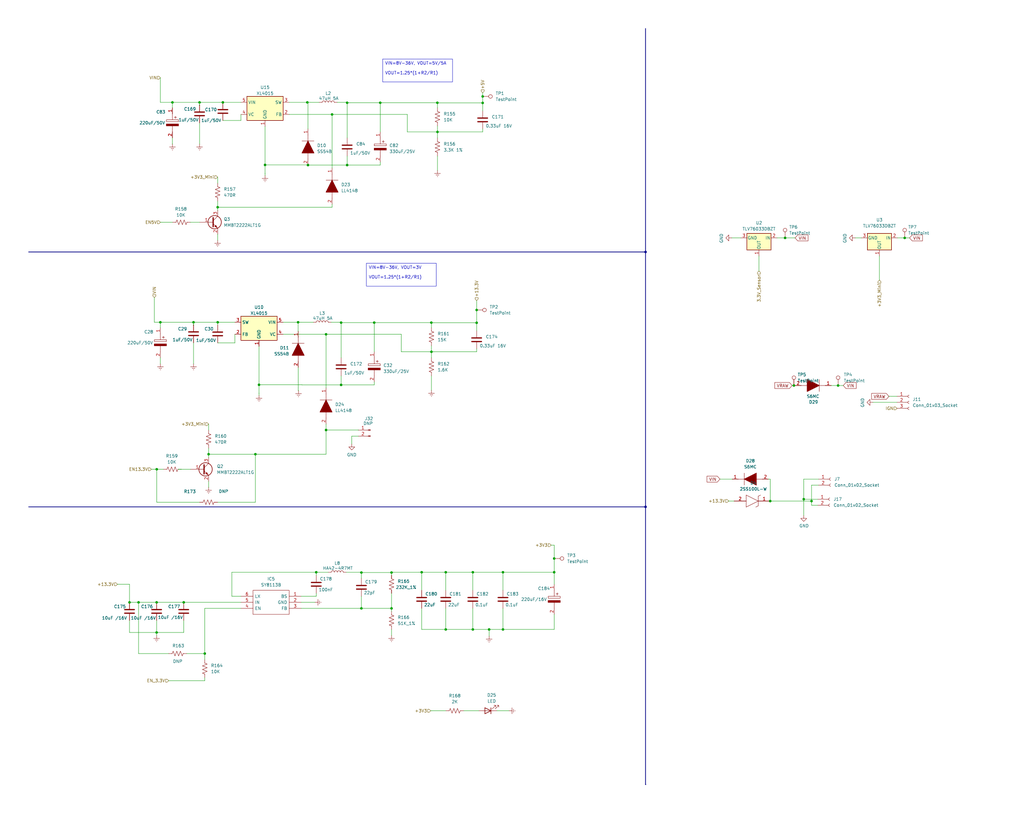
<source format=kicad_sch>
(kicad_sch (version 20230819) (generator eeschema)
  (paper "User" 431.8 342.9)
  (lib_symbols
    (symbol "2SS100LW:2SS100L-W" (pin_names (offset 0.762))
      (property "Reference" "D" (at 10.16 8.89 0))
      (property "Value" "2SS100L-W" (at 10.16 6.35 0))
      (symbol "2SS100L-W_0_0"
        (pin passive line (at 0 0 0) (length 5.08) (name "~") (number "1"))
        (pin passive line (at 15.24 0 180) (length 5.08) (name "~") (number "2"))
      )
    )
    (symbol "Connector:Conn_01x02_Pin" (pin_names (offset 1.016) hide)
      (property "Reference" "J" (at 0 2.54 0))
      (property "Value" "Conn_01x02_Pin" (at 0 -5.08 0))
      (symbol "Conn_01x02_Pin_1_1"
        (pin passive line (at 5.08 0 180) (length 3.81) (name "Pin_1") (number "1"))
        (pin passive line (at 5.08 -2.54 180) (length 3.81) (name "Pin_2") (number "2"))
      )
    )
    (symbol "Connector:Conn_01x02_Socket" (pin_names (offset 1.016) hide)
      (property "Reference" "J" (at 0 2.54 0))
      (property "Value" "Conn_01x02_Socket" (at 0 -5.08 0))
      (symbol "Conn_01x02_Socket_1_1"
        (pin passive line (at -5.08 0 0) (length 3.81) (name "Pin_1") (number "1"))
        (pin passive line (at -5.08 -2.54 0) (length 3.81) (name "Pin_2") (number "2"))
      )
    )
    (symbol "Connector:Conn_01x03_Socket" (pin_names (offset 1.016) hide)
      (property "Reference" "J" (at 0 5.08 0))
      (property "Value" "Conn_01x03_Socket" (at 0 -5.08 0))
      (symbol "Conn_01x03_Socket_1_1"
        (pin passive line (at -5.08 2.54 0) (length 3.81) (name "Pin_1") (number "1"))
        (pin passive line (at -5.08 0 0) (length 3.81) (name "Pin_2") (number "2"))
        (pin passive line (at -5.08 -2.54 0) (length 3.81) (name "Pin_3") (number "3"))
      )
    )
    (symbol "Connector:TestPoint" (pin_numbers hide) (pin_names (offset 0.762) hide)
      (property "Reference" "TP" (at 0 6.858 0))
      (property "Value" "TestPoint" (at 0 5.08 0))
      (symbol "TestPoint_1_1"
        (pin passive line (at 0 0 90) (length 2.54) (name "1") (number "1"))
      )
    )
    (symbol "Device:C" (pin_numbers hide) (pin_names (offset 0.254))
      (property "Reference" "C" (at 0.635 2.54 0))
      (property "Value" "C" (at 0.635 -2.54 0))
      (symbol "C_1_1"
        (pin passive line (at 0 3.81 270) (length 2.794) (name "~") (number "1"))
        (pin passive line (at 0 -3.81 90) (length 2.794) (name "~") (number "2"))
      )
    )
    (symbol "Device:L" (pin_numbers hide) (pin_names (offset 1.016) hide)
      (property "Reference" "L" (at -1.27 0 90))
      (property "Value" "L" (at 1.905 0 90))
      (symbol "L_1_1"
        (pin passive line (at 0 3.81 270) (length 1.27) (name "1") (number "1"))
        (pin passive line (at 0 -3.81 90) (length 1.27) (name "2") (number "2"))
      )
    )
    (symbol "Device:LED" (pin_numbers hide) (pin_names (offset 1.016) hide)
      (property "Reference" "D" (at 0 2.54 0))
      (property "Value" "LED" (at 0 -2.54 0))
      (symbol "LED_1_1"
        (pin passive line (at -3.81 0 0) (length 2.54) (name "K") (number "1"))
        (pin passive line (at 3.81 0 180) (length 2.54) (name "A") (number "2"))
      )
    )
    (symbol "Device:R_US" (pin_numbers hide) (pin_names (offset 0))
      (property "Reference" "R" (at 2.54 0 90))
      (property "Value" "R_US" (at -2.54 0 90))
      (symbol "R_US_1_1"
        (pin passive line (at 0 3.81 270) (length 1.27) (name "~") (number "1"))
        (pin passive line (at 0 -3.81 90) (length 1.27) (name "~") (number "2"))
      )
    )
    (symbol "GND_1" (power) (pin_names (offset 0))
      (property "Value" "GND" (at 0 -3.81 0))
      (symbol "GND_1_1_1"
        (pin power_in line (at 0 0 270) (length 0) hide (name "GND") (number "1"))
      )
    )
    (symbol "LM1117-3.3_1" (pin_names (offset 0.254))
      (property "Reference" "U?" (at 0 7.62 0))
      (property "Value" "TLV76033DBZT" (at 0 5.08 0))
      (symbol "LM1117-3.3_1_1_1"
        (pin power_in line (at 0 -7.62 90) (length 2.54) (name "OUT") (number "1"))
        (pin power_out line (at 7.62 0 180) (length 2.54) (name "IN") (number "2"))
        (pin power_in line (at -7.62 0 0) (length 2.54) (name "GND") (number "3"))
      )
    )
    (symbol "Regulator_Switching:XL4015"
      (property "Reference" "U?" (at -6.35 6.35 0))
      (property "Value" "XL4015" (at 6.35 6.35 0))
      (symbol "XL4015_1_1"
        (pin power_in line (at 0 -7.62 90) (length 2.54) (name "GND") (number "1"))
        (pin input line (at 10.16 -2.54 180) (length 2.54) (name "FB") (number "2"))
        (pin power_out line (at 10.16 2.54 180) (length 2.54) (name "SW") (number "3"))
        (pin input line (at -10.16 -2.54 0) (length 2.54) (name "VC") (number "4"))
        (pin power_in line (at -10.16 2.54 0) (length 2.54) (name "VIN") (number "5"))
      )
    )
    (symbol "SS54B:SS54B" (pin_names (offset 0.762))
      (property "Reference" "D" (at 11.43 5.08 0))
      (property "Value" "SS54B" (at 11.43 2.54 0))
      (symbol "SS54B_0_0"
        (pin passive line (at 0 0 0) (length 2.54) (name "~") (number "1"))
        (pin passive line (at 15.24 0 180) (length 2.54) (name "~") (number "2"))
      )
    )
    (symbol "SY8113B_1" (pin_names (offset 0.762))
      (property "Reference" "IC" (at 21.59 7.62 0))
      (property "Value" "SY8113B" (at 21.59 5.08 0))
      (symbol "SY8113B_1_0_0"
        (pin passive line (at 0 0 0) (length 5.08) (name "BS") (number "1"))
        (pin passive line (at 0 -2.54 0) (length 5.08) (name "GND") (number "2"))
        (pin passive line (at 0 -5.08 0) (length 5.08) (name "FB") (number "3"))
        (pin passive line (at 25.4 -5.08 180) (length 5.08) (name "EN") (number "4"))
        (pin passive line (at 25.4 -2.54 180) (length 5.08) (name "IN") (number "5"))
        (pin passive line (at 25.4 0 180) (length 5.08) (name "LX") (number "6"))
      )
    )
    (symbol "Transistor_BJT:2N3055" (pin_names (offset 0) hide)
      (property "Reference" "Q" (at 5.08 1.905 0))
      (property "Value" "2N3055" (at 5.08 0 0))
      (symbol "2N3055_1_1"
        (pin input line (at -5.08 0 0) (length 5.715) (name "B") (number "1"))
        (pin passive line (at 2.54 -5.08 90) (length 2.54) (name "E") (number "2"))
        (pin passive line (at 2.54 5.08 270) (length 2.54) (name "C") (number "3"))
      )
    )
    (symbol "UWT1E331MNL1GS:UWT1E331MNL1GS" (pin_names (offset 0.762))
      (property "Reference" "C" (at 8.89 6.35 0))
      (property "Value" "UWT1E331MNL1GS" (at 8.89 3.81 0))
      (symbol "UWT1E331MNL1GS_0_0"
        (pin passive line (at 0 0 0) (length 2.54) (name "~") (number "1"))
        (pin passive line (at 12.7 0 180) (length 2.54) (name "~") (number "2"))
      )
    )
    (symbol "UWT1H221MNL1GS:UWT1H221MNL1GS" (pin_names (offset 0.762))
      (property "Reference" "C" (at 8.89 6.35 0))
      (property "Value" "UWT1H221MNL1GS" (at 8.89 3.81 0))
      (symbol "UWT1H221MNL1GS_0_0"
        (pin passive line (at 0 0 0) (length 2.54) (name "~") (number "1"))
        (pin passive line (at 12.7 0 180) (length 2.54) (name "~") (number "2"))
      )
    )
    (symbol "power:Earth" (power) (pin_names (offset 0))
      (symbol "Earth_1_1"
        (pin power_in line (at 0 0 270) (length 0) hide (name "Earth") (number "1"))
      )
    )
    (symbol "power:GND" (power) (pin_names (offset 0))
      (property "Value" "GND" (at 0 -3.81 0))
      (symbol "GND_1_1"
        (pin power_in line (at 0 0 270) (length 0) hide (name "GND") (number "1"))
      )
    )
  )
  (junction (at 77.47 254))
  (junction (at 87.9567 191.5238))
  (junction (at 381.4882 100.33))
  (junction (at 109.22 162.2591))
  (junction (at 66.04 266.7))
  (junction (at 81.6019 135.89))
  (junction (at 334.7742 162.56))
  (junction (at 133.35 241.3))
  (junction (at 66.04 254))
  (junction (at 200.9867 136.109))
  (junction (at 212.09 265.43))
  (junction (at 84.1419 43.18))
  (junction (at 160.3467 43.3232))
  (junction (at 181.9367 148.3438))
  (junction (at 129.5952 43.18))
  (junction (at 272.2111 106.2507))
  (junction (at 91.7921 135.89))
  (junction (at 137.4867 181.3307))
  (junction (at 72.7125 43.18))
  (junction (at 184.4767 55.6338))
  (junction (at 212.09 241.3))
  (junction (at 203.5267 40.6677))
  (junction (at 137.4867 140.97))
  (junction (at 338.9171 210.488))
  (junction (at 111.76 69.5491))
  (junction (at 107.7044 191.5238))
  (junction (at 165.1 241.4213))
  (junction (at 152.4 241.4213))
  (junction (at 342.2074 211.2877))
  (junction (at 129.8667 69.6038))
  (junction (at 324.7848 211.2877))
  (junction (at 206.248 265.43))
  (junction (at 177.8 241.3))
  (junction (at 200.9867 130.7165))
  (junction (at 233.68 241.3))
  (junction (at 143.8367 162.3138))
  (junction (at 187.96 265.43))
  (junction (at 66.0848 197.8738))
  (junction (at 91.7667 87.3838))
  (junction (at 152.4 256.54))
  (junction (at 146.3767 43.3232))
  (junction (at 140.0267 48.26))
  (junction (at 199.39 241.3))
  (junction (at 67.6367 135.89))
  (junction (at 54.61 254))
  (junction (at 353.4106 162.56))
  (junction (at 157.8067 136.0332))
  (junction (at 331.0527 100.33))
  (junction (at 181.8942 136.0332))
  (junction (at 143.8367 136.0332))
  (junction (at 93.98 43.18))
  (junction (at 86.36 275.59))
  (junction (at 58.42 254))
  (junction (at 272.2111 213.7291))
  (junction (at 125.6954 135.89))
  (junction (at 203.5267 43.399))
  (junction (at 165.1 256.54))
  (junction (at 187.96 241.3))
  (junction (at 146.3767 69.6038))
  (junction (at 184.4342 43.3232))
  (junction (at 233.68 235.5096))
  (junction (at 199.39 265.43))
  (wire (pts (xy 81.6019 135.89) (xy 91.7921 135.89)))
  (wire (pts (xy 86.36 275.59) (xy 86.36 278.13)))
  (wire (pts (xy 140.0267 87.3838) (xy 140.0267 86.1138)))
  (wire (pts (xy 91.7667 88.6167) (xy 91.7825 88.6167)))
  (wire (pts (xy 177.8 241.3) (xy 165.1 241.3)))
  (wire (pts (xy 129.8667 54.3638) (xy 129.8667 43.18)))
  (wire (pts (xy 181.61 299.72) (xy 187.96 299.72)))
  (wire (pts (xy 137.4867 178.8238) (xy 137.4867 181.3307)))
  (wire (pts (xy 97.79 251.46) (xy 97.79 241.3)))
  (wire (pts (xy 143.8367 158.5038) (xy 143.8367 162.3138)))
  (wire (pts (xy 133.35 241.3) (xy 133.35 242.57)))
  (wire (pts (xy 58.42 254) (xy 66.04 254)))
  (wire (pts (xy 111.76 69.5491) (xy 111.76 73.1676)))
  (wire (pts (xy 169.2367 148.3438) (xy 181.9367 148.3438)))
  (wire (pts (xy 203.5267 40.6677) (xy 203.5267 43.399)))
  (wire (pts (xy 203.5267 43.399) (xy 203.5267 46.7438)))
  (wire (pts (xy 157.8067 162.3138) (xy 143.8367 162.3138)))
  (wire (pts (xy 165.1 241.3) (xy 165.1 241.4213)))
  (wire (pts (xy 81.6019 137.16) (xy 81.6067 137.16)))
  (wire (pts (xy 342.2074 211.2877) (xy 342.2074 213.028)))
  (wire (pts (xy 54.61 266.7) (xy 66.04 266.7)))
  (wire (pts (xy 308.61 100.33) (xy 312.42 100.33)))
  (wire (pts (xy 353.4106 162.56) (xy 350.52 162.56)))
  (wire (pts (xy 80.3367 93.6967) (xy 80.3367 93.7338)))
  (wire (pts (xy 360.68 100.33) (xy 363.22 100.33)))
  (wire (pts (xy 109.22 162.2591) (xy 109.22 165.8776)))
  (wire (pts (xy 91.7667 101.3538) (xy 91.7667 98.7767)))
  (wire (pts (xy 334.7742 162.56) (xy 335.28 162.56)))
  (wire (pts (xy 137.4867 181.3307) (xy 151.13 181.3307)))
  (wire (pts (xy 111.76 53.34) (xy 111.76 69.5491)))
  (wire (pts (xy 199.39 256.54) (xy 199.39 265.43)))
  (wire (pts (xy 199.39 265.43) (xy 206.248 265.43)))
  (wire (pts (xy 374.8444 167.1302) (xy 378.2432 167.1302)))
  (wire (pts (xy 87.9542 191.5238) (xy 87.9542 192.835)))
  (wire (pts (xy 307.2583 211.252) (xy 307.2583 211.2877)))
  (wire (pts (xy 75.2542 197.915) (xy 75.2542 197.8738)))
  (wire (pts (xy 344.8175 213.028) (xy 342.2074 213.028)))
  (wire (pts (xy 195.58 299.72) (xy 201.93 299.72)))
  (wire (pts (xy 66.04 267.97) (xy 66.04 266.7)))
  (wire (pts (xy 143.51 136.0332) (xy 143.8367 136.0332)))
  (wire (pts (xy 143.8367 136.0332) (xy 157.8067 136.0332)))
  (wire (pts (xy 160.3467 55.6338) (xy 160.3467 43.3232)))
  (wire (pts (xy 91.7667 98.7767) (xy 91.7825 98.7767)))
  (wire (pts (xy 206.248 265.43) (xy 206.248 268.224)))
  (wire (pts (xy 84.1419 43.18) (xy 93.98 43.18)))
  (wire (pts (xy 199.39 241.3) (xy 187.96 241.3)))
  (wire (pts (xy 165.1 257.81) (xy 165.1 256.54)))
  (wire (pts (xy 233.68 259.08) (xy 233.68 265.43)))
  (wire (pts (xy 132.0501 135.89) (xy 132.0501 135.8854)))
  (wire (pts (xy 121.92 43.18) (xy 129.5952 43.18)))
  (bus (pts (xy 12.0996 213.7291) (xy 272.2111 213.7291)))
  (wire (pts (xy 87.9567 178.8238) (xy 87.9567 181.3638)))
  (wire (pts (xy 66.04 254) (xy 77.47 254)))
  (wire (pts (xy 157.8067 161.0438) (xy 157.8067 162.3138)))
  (wire (pts (xy 209.55 299.72) (xy 214.63 299.72)))
  (wire (pts (xy 67.6367 138.1838) (xy 67.6367 135.89)))
  (wire (pts (xy 87.9567 191.5238) (xy 107.7044 191.5238)))
  (wire (pts (xy 355.6 162.56) (xy 353.4106 162.56)))
  (wire (pts (xy 140.0267 48.26) (xy 140.0267 70.8738)))
  (wire (pts (xy 67.6367 135.89) (xy 81.6019 135.89)))
  (bus (pts (xy 12.0738 106.2507) (xy 272.2111 106.2507)))
  (wire (pts (xy 137.4867 181.3307) (xy 137.4867 191.5238)))
  (wire (pts (xy 54.61 261.62) (xy 54.61 266.7)))
  (wire (pts (xy 91.7667 74.6838) (xy 91.7667 77.2238)))
  (wire (pts (xy 101.6 251.46) (xy 97.79 251.46)))
  (wire (pts (xy 109.22 146.05) (xy 109.22 162.2591)))
  (wire (pts (xy 101.6 256.54) (xy 86.36 256.54)))
  (wire (pts (xy 133.35 241.3) (xy 138.43 241.3)))
  (wire (pts (xy 67.6367 93.7338) (xy 72.7167 93.7338)))
  (wire (pts (xy 181.9367 148.3438) (xy 181.9367 150.8838)))
  (wire (pts (xy 137.4867 140.97) (xy 169.2367 140.97)))
  (wire (pts (xy 177.8 241.3) (xy 177.8 248.92)))
  (wire (pts (xy 187.96 241.3) (xy 177.8 241.3)))
  (wire (pts (xy 157.8067 148.3438) (xy 157.8067 136.0332)))
  (wire (pts (xy 65.0967 125.4838) (xy 65.0967 135.89)))
  (wire (pts (xy 212.09 256.54) (xy 212.09 265.43)))
  (wire (pts (xy 86.36 287.02) (xy 86.36 285.75)))
  (wire (pts (xy 171.7767 55.6338) (xy 184.4767 55.6338)))
  (wire (pts (xy 212.09 241.3) (xy 212.09 248.92)))
  (wire (pts (xy 78.74 275.59) (xy 86.36 275.59)))
  (wire (pts (xy 165.1 250.19) (xy 165.1 256.54)))
  (wire (pts (xy 129.8667 69.5491) (xy 129.8667 69.6038)))
  (wire (pts (xy 146.05 43.3232) (xy 146.3767 43.3232)))
  (wire (pts (xy 67.6367 150.8838) (xy 67.6367 153.4238)))
  (wire (pts (xy 338.9171 202.0277) (xy 338.9171 210.488)))
  (wire (pts (xy 93.98 50.8) (xy 101.6 50.8)))
  (wire (pts (xy 148.336 183.896) (xy 148.336 187.198)))
  (wire (pts (xy 151.13 183.896) (xy 148.336 183.896)))
  (wire (pts (xy 184.4767 55.6338) (xy 184.4767 58.1738)))
  (wire (pts (xy 200.9867 136.109) (xy 200.9867 139.4538)))
  (wire (pts (xy 184.4342 43.3232) (xy 184.4767 43.3232)))
  (wire (pts (xy 87.9542 205.4938) (xy 87.9567 205.4938)))
  (wire (pts (xy 212.09 241.3) (xy 199.39 241.3)))
  (wire (pts (xy 72.7125 58.1395) (xy 72.7125 60.7138)))
  (wire (pts (xy 342.2074 204.5677) (xy 342.2074 211.2877)))
  (wire (pts (xy 335.28 100.33) (xy 331.0527 100.33)))
  (bus (pts (xy 272.2111 106.2507) (xy 272.2111 213.7291)))
  (wire (pts (xy 184.4767 53.0938) (xy 184.4767 55.6338)))
  (wire (pts (xy 81.6067 137.16) (xy 81.6067 136.9138)))
  (wire (pts (xy 181.9367 148.3438) (xy 200.9867 148.3438)))
  (wire (pts (xy 334.01 162.56) (xy 334.7742 162.56)))
  (wire (pts (xy 87.9567 188.9838) (xy 87.9567 191.5238)))
  (wire (pts (xy 146.3767 65.7938) (xy 146.3767 69.6038)))
  (wire (pts (xy 129.8667 43.18) (xy 129.5952 43.18)))
  (wire (pts (xy 63.8267 197.8738) (xy 66.0848 197.8738)))
  (wire (pts (xy 109.22 162.2591) (xy 127.3267 162.2591)))
  (wire (pts (xy 233.68 229.87) (xy 233.68 235.5096)))
  (wire (pts (xy 344.8175 210.488) (xy 338.9171 210.488)))
  (wire (pts (xy 146.3767 43.3232) (xy 160.3467 43.3232)))
  (wire (pts (xy 54.61 254) (xy 58.42 254)))
  (wire (pts (xy 324.7848 202.0372) (xy 324.7848 211.2877)))
  (wire (pts (xy 65.0967 135.89) (xy 67.6367 135.89)))
  (wire (pts (xy 338.9171 210.488) (xy 338.9171 217.3282)))
  (wire (pts (xy 101.6 50.8) (xy 101.6 48.26)))
  (wire (pts (xy 77.47 254) (xy 101.6 254)))
  (wire (pts (xy 181.9367 138.1838) (xy 181.9367 136.0332)))
  (wire (pts (xy 152.4 241.3) (xy 152.4 241.4213)))
  (wire (pts (xy 49.53 246.38) (xy 54.61 246.38)))
  (wire (pts (xy 181.9367 145.8038) (xy 181.9367 148.3438)))
  (wire (pts (xy 111.76 69.5491) (xy 129.8667 69.5491)))
  (wire (pts (xy 160.3467 43.3232) (xy 184.4342 43.3232)))
  (wire (pts (xy 125.73 154.94) (xy 125.73 164.7013)))
  (wire (pts (xy 233.68 246.38) (xy 233.68 241.3)))
  (wire (pts (xy 199.39 241.3) (xy 199.39 248.92)))
  (wire (pts (xy 200.9867 126.7538) (xy 200.9867 130.7165)))
  (wire (pts (xy 200.9867 136.109) (xy 181.8942 136.109)))
  (wire (pts (xy 84.1419 44.45) (xy 84.1419 43.18)))
  (bus (pts (xy 272.2111 213.7291) (xy 272.2111 330.8199)))
  (wire (pts (xy 374.8444 167.1555) (xy 374.8444 167.1302)))
  (wire (pts (xy 233.68 235.5096) (xy 233.68 241.3)))
  (wire (pts (xy 66.04 261.62) (xy 66.04 266.7)))
  (wire (pts (xy 233.68 241.3) (xy 212.09 241.3)))
  (wire (pts (xy 184.4767 55.6338) (xy 203.5267 55.6338)))
  (wire (pts (xy 119.38 140.97) (xy 137.4867 140.97)))
  (wire (pts (xy 203.5267 55.6338) (xy 203.5267 54.3638)))
  (wire (pts (xy 187.96 241.3) (xy 187.96 248.92)))
  (wire (pts (xy 107.7044 211.7633) (xy 107.7044 191.5238)))
  (wire (pts (xy 127.3267 162.3138) (xy 143.8367 162.3138)))
  (wire (pts (xy 91.7667 87.3838) (xy 140.0267 87.3838)))
  (wire (pts (xy 84.1625 93.6967) (xy 80.3367 93.6967)))
  (wire (pts (xy 320.04 114.3) (xy 320.04 107.95)))
  (wire (pts (xy 307.2583 211.2877) (xy 309.5448 211.2877)))
  (wire (pts (xy 152.4 251.46) (xy 152.4 256.54)))
  (wire (pts (xy 75.2542 197.8738) (xy 76.5267 197.8738)))
  (wire (pts (xy 84.1467 44.45) (xy 84.1467 44.2038)))
  (wire (pts (xy 91.7921 144.6065) (xy 99.06 144.6065)))
  (wire (pts (xy 86.36 256.54) (xy 86.36 275.59)))
  (wire (pts (xy 370.84 118.11) (xy 370.84 107.95)))
  (wire (pts (xy 160.3467 68.3338) (xy 160.3467 69.6038)))
  (wire (pts (xy 67.6367 32.7738) (xy 67.6367 43.18)))
  (wire (pts (xy 125.6954 135.89) (xy 132.0501 135.89)))
  (wire (pts (xy 81.6067 144.5338) (xy 81.6067 153.4238)))
  (wire (pts (xy 91.7921 135.89) (xy 99.06 135.89)))
  (wire (pts (xy 151.13 181.3307) (xy 151.13 181.356)))
  (wire (pts (xy 184.4342 43.399) (xy 184.4342 43.3232)))
  (wire (pts (xy 345.1775 202.0277) (xy 338.9171 202.0277)))
  (wire (pts (xy 146.05 43.1754) (xy 146.05 43.3232)))
  (wire (pts (xy 66.0848 197.8738) (xy 68.9067 197.8738)))
  (wire (pts (xy 87.9542 202.995) (xy 87.9542 205.4938)))
  (wire (pts (xy 233.68 265.43) (xy 212.09 265.43)))
  (wire (pts (xy 71.12 287.02) (xy 86.36 287.02)))
  (wire (pts (xy 125.6954 139.7) (xy 125.73 139.7)))
  (wire (pts (xy 165.1 256.54) (xy 152.4 256.54)))
  (wire (pts (xy 160.3467 69.6038) (xy 146.3767 69.6038)))
  (wire (pts (xy 91.7921 135.89) (xy 91.7921 136.9865)))
  (wire (pts (xy 308.7739 202.0277) (xy 303.5765 202.0277)))
  (wire (pts (xy 109.2247 165.8776) (xy 109.2247 166.707)))
  (wire (pts (xy 187.96 265.43) (xy 199.39 265.43)))
  (wire (pts (xy 72.7125 45.4395) (xy 72.7125 43.18)))
  (wire (pts (xy 143.51 135.8854) (xy 139.6701 135.8854)))
  (wire (pts (xy 133.35 250.19) (xy 133.35 251.46)))
  (wire (pts (xy 66.0848 211.7633) (xy 66.0848 197.8738)))
  (wire (pts (xy 342.2074 204.5677) (xy 345.1775 204.5677)))
  (wire (pts (xy 203.5267 39.1238) (xy 203.5267 40.6677)))
  (wire (pts (xy 66.04 266.7) (xy 77.47 266.7)))
  (wire (pts (xy 87.9542 191.5238) (xy 87.9567 191.5238)))
  (wire (pts (xy 181.8942 136.109) (xy 181.8942 136.0332)))
  (wire (pts (xy 58.42 275.59) (xy 58.42 254)))
  (wire (pts (xy 129.5952 43.18) (xy 129.5952 43.1754)))
  (wire (pts (xy 54.61 246.38) (xy 54.61 254)))
  (wire (pts (xy 232.41 229.87) (xy 233.68 229.87)))
  (wire (pts (xy 165.1 242.57) (xy 165.1 241.4213)))
  (wire (pts (xy 125.73 164.7013) (xy 125.8771 164.7013)))
  (wire (pts (xy 146.05 43.1754) (xy 142.2101 43.1754)))
  (wire (pts (xy 84.1515 211.7633) (xy 66.0848 211.7633)))
  (wire (pts (xy 140.0267 48.26) (xy 171.7767 48.26)))
  (bus (pts (xy 272.2111 330.8199) (xy 272.3431 330.8199)))
  (wire (pts (xy 121.92 48.26) (xy 140.0267 48.26)))
  (wire (pts (xy 165.1 241.4213) (xy 152.4 241.4213)))
  (wire (pts (xy 383.54 100.33) (xy 381.4882 100.33)))
  (wire (pts (xy 184.4767 45.4738) (xy 184.4767 43.3232)))
  (wire (pts (xy 111.7647 73.1676) (xy 111.7647 73.997)))
  (wire (pts (xy 152.4 256.54) (xy 127 256.54)))
  (wire (pts (xy 129.5952 43.1754) (xy 134.5901 43.1754)))
  (wire (pts (xy 157.8067 136.0332) (xy 181.8942 136.0332)))
  (wire (pts (xy 77.47 261.62) (xy 77.47 266.7)))
  (wire (pts (xy 137.4867 140.97) (xy 137.4867 163.5838)))
  (wire (pts (xy 206.248 265.43) (xy 212.09 265.43)))
  (wire (pts (xy 72.7125 60.7138) (xy 72.7167 60.7138)))
  (wire (pts (xy 308.7739 202.0372) (xy 308.7739 202.0277)))
  (wire (pts (xy 72.7125 43.18) (xy 84.1419 43.18)))
  (wire (pts (xy 177.8 256.54) (xy 177.8 265.43)))
  (wire (pts (xy 143.8367 136.0332) (xy 143.8367 150.8838)))
  (wire (pts (xy 200.9867 148.3438) (xy 200.9867 147.0738)))
  (wire (pts (xy 368.128 169.6702) (xy 378.2432 169.6702)))
  (wire (pts (xy 99.06 144.6065) (xy 99.06 140.97)))
  (wire (pts (xy 146.3767 43.3232) (xy 146.3767 58.1738)))
  (wire (pts (xy 177.8 265.43) (xy 187.96 265.43)))
  (wire (pts (xy 129.8667 69.6038) (xy 146.3767 69.6038)))
  (wire (pts (xy 127.3267 162.2591) (xy 127.3267 162.3138)))
  (wire (pts (xy 381.4882 100.33) (xy 378.46 100.33)))
  (wire (pts (xy 109.22 165.8776) (xy 109.2247 165.8776)))
  (wire (pts (xy 331.0527 100.33) (xy 327.66 100.33)))
  (wire (pts (xy 184.4767 65.7938) (xy 184.4767 71.8898)))
  (wire (pts (xy 84.1419 44.45) (xy 84.1467 44.45)))
  (wire (pts (xy 67.6367 43.18) (xy 72.7125 43.18)))
  (wire (pts (xy 187.96 256.54) (xy 187.96 265.43)))
  (wire (pts (xy 71.12 275.59) (xy 58.42 275.59)))
  (wire (pts (xy 91.7667 87.3838) (xy 91.7667 88.6167)))
  (wire (pts (xy 200.9867 130.7165) (xy 200.9867 136.109)))
  (wire (pts (xy 169.2367 140.97) (xy 169.2367 148.3438)))
  (wire (pts (xy 203.5267 43.399) (xy 184.4342 43.399)))
  (wire (pts (xy 75.2542 197.915) (xy 80.3342 197.915)))
  (wire (pts (xy 91.7667 84.8438) (xy 91.7667 87.3838)))
  (wire (pts (xy 181.9367 158.5038) (xy 181.9367 164.5998)))
  (wire (pts (xy 81.6019 137.16) (xy 81.6019 135.89)))
  (wire (pts (xy 324.7848 211.2877) (xy 342.2074 211.2877)))
  (wire (pts (xy 171.7767 48.26) (xy 171.7767 55.6338)))
  (wire (pts (xy 133.35 251.46) (xy 127 251.46)))
  (wire (pts (xy 146.05 241.3) (xy 152.4 241.3)))
  (wire (pts (xy 84.1467 51.8238) (xy 84.1467 60.7138)))
  (wire (pts (xy 107.7044 191.5238) (xy 137.4867 191.5238)))
  (wire (pts (xy 165.1 265.43) (xy 165.1 267.97)))
  (wire (pts (xy 119.38 135.89) (xy 125.6954 135.89)))
  (wire (pts (xy 127 254) (xy 132.8116 254)))
  (wire (pts (xy 181.8942 136.0332) (xy 181.9367 136.0332)))
  (wire (pts (xy 143.51 135.8854) (xy 143.51 136.0332)))
  (wire (pts (xy 93.98 43.18) (xy 101.6 43.18)))
  (wire (pts (xy 324.0139 202.0372) (xy 324.7848 202.0372)))
  (bus (pts (xy 272.2111 12.0238) (xy 272.2111 106.2507)))
  (wire (pts (xy 152.4 241.4213) (xy 152.4 243.84)))
  (wire (pts (xy 111.76 73.1676) (xy 111.7647 73.1676)))
  (wire (pts (xy 97.79 241.3) (xy 133.35 241.3)))
  (wire (pts (xy 91.7715 211.7633) (xy 107.7044 211.7633)))
  (wire (pts (xy 125.6954 135.89) (xy 125.6954 139.7)))
  (text_box "VIN=8V-36V, VOUT=3V\n\nVOUT=1.25*(1+R2/R1)" (at 154.5047 111.0058 0) (size 29.464 9.652) (effects (font (size 1.27 1.27)) (justify left top)))
  (text_box "VIN=8V-36V, VOUT=5V/5A\n\nVOUT=1.25*(1+R2/R1)" (at 161.3627 24.8998 0) (size 29.464 9.652) (effects (font (size 1.27 1.27)) (justify left top)))
  (global_label "VIN" (shape input) (at 335.28 100.33 0) (property "Intersheetrefs" "${INTERSHEET_REFS}" (effects hide)))
  (global_label "VRAW" (shape input) (at 374.8444 167.1555 180) (property "Intersheetrefs" "${INTERSHEET_REFS}" (effects hide)))
  (global_label "VIN" (shape input) (at 303.5765 202.0277 180) (property "Intersheetrefs" "${INTERSHEET_REFS}" (effects hide)))
  (global_label "VRAW" (shape input) (at 334.01 162.56 180) (property "Intersheetrefs" "${INTERSHEET_REFS}" (effects hide)))
  (global_label "VIN" (shape input) (at 355.6 162.56 0) (property "Intersheetrefs" "${INTERSHEET_REFS}" (effects hide)))
  (global_label "VIN" (shape input) (at 383.54 100.33 0) (property "Intersheetrefs" "${INTERSHEET_REFS}" (effects hide)))
  (hierarchical_label "EN5V" (shape input) (at 67.6367 93.7338 180))
  (hierarchical_label "+13.3V" (shape input) (at 49.53 246.38 180))
  (hierarchical_label "+5V" (shape input) (at 203.5267 39.1238 90))
  (hierarchical_label "+3V3_Mini" (shape input) (at 370.84 118.11 270))
  (hierarchical_label "VIN" (shape input) (at 65.0967 125.4838 90))
  (hierarchical_label "EN_3.3V" (shape input) (at 71.12 287.02 180))
  (hierarchical_label "EN13.3V" (shape input) (at 63.8267 197.8738 180))
  (hierarchical_label "+3V3_Mini" (shape input) (at 91.7667 74.6838 180))
  (hierarchical_label "+3V3_Mini" (shape input) (at 87.9567 178.8238 180))
  (hierarchical_label "+13.3V" (shape input) (at 200.9867 126.7538 90))
  (hierarchical_label "VIN" (shape input) (at 67.6367 32.7738 180))
  (hierarchical_label "+3V3" (shape input) (at 181.61 299.72 180))
  (hierarchical_label "+3V3" (shape input) (at 232.41 229.87 180))
  (hierarchical_label "+13.3V" (shape input) (at 307.2583 211.252 180))
  (hierarchical_label "3.3V_Sensor" (shape input) (at 320.04 114.3 270))
  (hierarchical_label "IGN" (shape input) (at 378.2432 172.2102 180))
  (symbol (lib_id "Device:R_US") (at 181.9367 154.6938 0) (unit 1)
    (property "Reference" "R162" (at 184.4767 153.4237 0) (effects (justify left)))
    (property "Value" "1.6K" (at 184.4767 155.9637 0) (effects (justify left)))
    (property "Footprint" "Resistor_SMD:R_0603_1608Metric" (effects hide))
    (property "Description" "Resistor, US symbol" (effects hide))
  )
  (symbol (lib_id "power:GND") (at 308.61 100.33 270) (unit 1)
    (property "Reference" "#PWR0125" (effects hide))
    (property "Value" "GND" (at 304.2158 100.457 0))
  )
  (symbol (lib_id "Device:L") (at 135.8601 135.8854 90) (unit 1)
    (property "Reference" "L3" (at 135.8601 132.0754 90))
    (property "Value" "47uH 5A" (at 136.0742 134.1794 90))
    (property "Footprint" "CYA1050-47UH:L_Bourns_SRR1208_12.7x12.7mm" (effects hide))
  )
  (symbol (lib_id "SS54B:SS54B") (at 129.8667 54.3638 270) (unit 1)
    (property "Reference" "D10" (at 133.6767 61.3488 90) (effects (justify left)))
    (property "Value" "SS54B" (at 133.6767 63.8888 90) (effects (justify left)))
    (property "Footprint" "DIOM5336X244N" (effects hide))
    (property "Datasheet" "https://datasheet.datasheetarchive.com/originals/distributors/Datasheets-3/DSA-43270.pdf" (effects hide))
    (property "Description" "HY Electronic Corp SS54B, SMT Rectifier Schottky Diode, 40V 5A, 2-Pin SMB" (effects hide))
    (property "Height" "2.44" (effects hide))
    (property "Manufacturer_Name" "HY Electronic" (effects hide))
    (property "Manufacturer_Part_Number" "SS54B" (effects hide))
  )
  (symbol (lib_id "Device:R_US") (at 181.9367 141.9938 0) (unit 1)
    (property "Reference" "R161" (at 184.4767 140.7237 0) (effects (justify left)))
    (property "Value" "15K" (at 184.4767 143.2637 0) (effects (justify left)))
    (property "Footprint" "Resistor_SMD:R_0603_1608Metric" (effects hide))
    (property "Description" "Resistor, US symbol" (effects hide))
  )
  (symbol (lib_id "Device:R_US") (at 72.7167 197.8738 90) (unit 1)
    (property "Reference" "R159" (at 72.4627 192.2858 90))
    (property "Value" "10K" (at 72.4627 194.8258 90))
    (property "Footprint" "Resistor_SMD:R_0603_1608Metric" (effects hide))
    (property "Description" "Resistor, US symbol" (effects hide))
  )
  (symbol (lib_id "Connector:TestPoint") (at 331.0527 100.33 0) (unit 1)
    (property "Reference" "TP6" (at 332.74 95.7579 0) (effects (justify left)))
    (property "Value" "TestPoint" (at 332.74 98.2979 0) (effects (justify left)))
    (property "Footprint" "Connector_Pin:Pin_D1.0mm_L10.0mm" (effects hide))
    (property "Description" "test point" (effects hide))
  )
  (symbol (lib_id "Device:C") (at 187.96 252.73 180) (unit 1)
    (property "Reference" "C181" (at 189.484 250.444 0) (effects (justify right)))
    (property "Value" "22uF" (at 188.976 255.016 0) (effects (justify right)))
    (property "Footprint" "Capacitor_SMD:C_0603_1608Metric" (effects hide))
  )
  (symbol (lib_id "power:GND") (at 360.68 100.33 270) (unit 1)
    (property "Reference" "#PWR0124" (effects hide))
    (property "Value" "GND" (at 356.2858 100.457 0))
  )
  (symbol (lib_id "Device:C") (at 177.8 252.73 180) (unit 1)
    (property "Reference" "C180" (at 179.324 250.444 0) (effects (justify right)))
    (property "Value" "22uF" (at 178.816 255.016 0) (effects (justify right)))
    (property "Footprint" "Capacitor_SMD:C_0603_1608Metric" (effects hide))
  )
  (symbol (lib_id "Device:R_US") (at 191.77 299.72 90) (unit 1)
    (property "Reference" "R168" (at 191.77 293.37 90))
    (property "Value" "2K" (at 191.77 295.91 90))
    (property "Footprint" "Resistor_SMD:R_0603_1608Metric" (effects hide))
    (property "Description" "Resistor, US symbol" (effects hide))
  )
  (symbol (lib_id "Device:C") (at 152.4 247.65 180) (unit 1)
    (property "Reference" "C179" (at 153.924 245.364 0) (effects (justify right)))
    (property "Value" "22pF" (at 153.416 249.936 0) (effects (justify right)))
    (property "Footprint" "Capacitor_SMD:C_0603_1608Metric" (effects hide))
  )
  (symbol (lib_id "Device:C") (at 133.35 246.38 180) (unit 1)
    (property "Reference" "C178" (at 134.874 244.094 0) (effects (justify right)))
    (property "Value" "100nF" (at 134.366 248.666 0) (effects (justify right)))
    (property "Footprint" "Capacitor_SMD:C_0603_1608Metric" (effects hide))
  )
  (symbol (lib_id "Device:C") (at 54.61 257.81 180) (unit 1)
    (property "Reference" "C175" (at 48.006 255.778 0) (effects (justify right)))
    (property "Value" "10uF /16V" (at 42.926 260.604 0) (effects (justify right)))
    (property "Footprint" "Capacitor_SMD:C_0603_1608Metric" (effects hide))
  )
  (symbol (lib_id "power:Earth") (at 87.9567 205.4938 0) (unit 1)
    (property "Reference" "#PWR0193" (effects hide))
    (property "Value" "Earth" (effects hide))
    (property "Description" "Power symbol creates a global label with name \"Earth\"" (effects hide))
  )
  (symbol (lib_name "GND_1") (lib_id "power:GND") (at 148.336 187.198 0) (unit 1)
    (property "Reference" "#PWR0163" (effects hide))
    (property "Value" "GND" (at 148.336 191.77 0))
    (property "Description" "Power symbol creates a global label with name \"GND\" , ground" (effects hide))
  )
  (symbol (lib_id "power:Earth") (at 81.6067 153.4238 0) (unit 1)
    (property "Reference" "#PWR0192" (effects hide))
    (property "Value" "Earth" (effects hide))
    (property "Description" "Power symbol creates a global label with name \"Earth\"" (effects hide))
  )
  (symbol (lib_id "Device:L") (at 142.24 241.3 90) (unit 1)
    (property "Reference" "L8" (at 142.24 237.49 90))
    (property "Value" "HA42-4R7MT" (at 142.4541 239.594 90))
    (property "Footprint" "Pro V3:Inductor_0402_4.7uH" (effects hide))
  )
  (symbol (lib_id "power:GND") (at 368.128 169.6702 270) (unit 1)
    (property "Reference" "#PWR0207" (effects hide))
    (property "Value" "GND" (at 363.7338 169.7972 0))
  )
  (symbol (lib_id "UWT1E331MNL1GS:UWT1E331MNL1GS") (at 160.3467 55.6338 270) (unit 1)
    (property "Reference" "C82" (at 164.1567 61.3488 90) (effects (justify left)))
    (property "Value" "330uF/25V" (at 164.1567 63.8888 90) (effects (justify left)))
    (property "Footprint" "Capacitor_SMD:C_Elec_8x10.2" (effects hide))
    (property "Datasheet" "https://datasheet.lcsc.com/lcsc/2211031700_KNSCHA-RVT330UF25V167RV0055_C5246574.pdf" (effects hide))
    (property "Description" "Nichicon Aluminium Electrolytic Capacitor 330uF 25V dc 8mm WT Series, Surface Mount Electrolytic, +/-20% 8 (Dia.) x 10mm" (effects hide))
    (property "Height" "10.5" (effects hide))
    (property "Manufacturer_Name" "Nichicon" (effects hide))
    (property "Manufacturer_Part_Number" "RVT330UF25V167RV0055 " (effects hide))
  )
  (symbol (lib_id "Device:R_US") (at 76.5267 93.7338 90) (unit 1)
    (property "Reference" "R158" (at 76.2727 88.1458 90))
    (property "Value" "10K" (at 76.2727 90.6858 90))
    (property "Footprint" "Resistor_SMD:R_0603_1608Metric" (effects hide))
    (property "Description" "Resistor, US symbol" (effects hide))
  )
  (symbol (lib_name "LM1117-3.3_1") (lib_id "Regulator_Linear:LM1117-3.3") (at 370.84 100.33 0) (unit 1)
    (property "Reference" "U3" (at 370.84 92.71 0))
    (property "Value" "TLV76033DBZT" (at 370.84 95.25 0))
    (property "Footprint" "Package_TO_SOT_SMD:SOT-23" (effects hide))
    (property "Datasheet" "http://www.ti.com/lit/ds/symlink/lm1117.pdf" (effects hide))
  )
  (symbol (lib_id "SS54B:SS54B") (at 350.52 162.56 180) (unit 1)
    (property "Reference" "D29" (at 343.048 169.5369 0))
    (property "Value" "S6MC" (at 342.8376 167.1526 0))
    (property "Footprint" "Diode_SMD:S6MC" (effects hide))
    (property "Datasheet" "https://www.lcsc.com/product-detail/Diodes-General-Purpose_Shandong-Jingdao-Microelectronics-S6MC_C382843.html" (effects hide))
    (property "Manufacturer_Part_Number" "SS54B" (effects hide))
    (property "Mouser Part Number" "S6MC" (effects hide))
  )
  (symbol (lib_id "Device:R_US") (at 91.7667 81.0338 0) (unit 1)
    (property "Reference" "R157" (at 94.3067 79.7637 0) (effects (justify left)))
    (property "Value" "470R" (at 94.3067 82.3037 0) (effects (justify left)))
    (property "Footprint" "Resistor_SMD:R_0603_1608Metric" (effects hide))
    (property "Description" "Resistor, US symbol" (effects hide))
  )
  (symbol (lib_id "Connector:Conn_01x02_Pin") (at 156.21 181.356 0) (mirror y) (unit 1)
    (property "Reference" "J32" (at 155.575 176.53 0))
    (property "Value" "DNP " (at 155.702 178.562 0))
    (property "Footprint" "Connector_PinHeader_2.54mm:PinHeader_1x02_P2.54mm_Vertical" (effects hide))
    (property "Description" "Generic connector, single row, 01x02, script generated" (effects hide))
  )
  (symbol (lib_id "Device:C") (at 81.6067 140.7238 180) (unit 1)
    (property "Reference" "C29" (at 75.0027 138.6918 0) (effects (justify right)))
    (property "Value" "1uF/50V" (at 72.7167 143.2638 0) (effects (justify right)))
    (property "Footprint" "Capacitor_SMD:C_0603_1608Metric" (effects hide))
  )
  (symbol (lib_id "power:Earth") (at 72.7167 60.7138 0) (unit 1)
    (property "Reference" "#PWR0143" (effects hide))
    (property "Value" "Earth" (effects hide))
    (property "Description" "Power symbol creates a global label with name \"Earth\"" (effects hide))
  )
  (symbol (lib_id "UWT1H221MNL1GS:UWT1H221MNL1GS") (at 233.68 246.38 270) (unit 1)
    (property "Reference" "C184" (at 226.822 248.158 90) (effects (justify left)))
    (property "Value" "220uF/16V" (at 219.71 252.73 90) (effects (justify left)))
    (property "Footprint" "Capacitor_SMD:CP_Elec_6.3x7.7" (effects hide))
    (property "Datasheet" "https://datasheet.lcsc.com/lcsc/2108241130_KNSCHA-RVT220UF16V67RV0015_C2887273.pdf" (effects hide))
    (property "Description" "Capacitor lytic SMD WT Series 50V 220uF" (effects hide))
    (property "Height" "7.7" (effects hide))
    (property "Manufacturer_Part_Number" "RVT220UF16V67RV0015" (effects hide))
  )
  (symbol (lib_id "power:Earth") (at 109.2247 166.707 0) (mirror y) (unit 1)
    (property "Reference" "#PWR0162" (effects hide))
    (property "Value" "Earth" (effects hide))
    (property "Description" "Power symbol creates a global label with name \"Earth\"" (effects hide))
    (instances (project "RP2040_minimal" (path "" (reference "#PWR0162") (unit 1)) (path "" (reference "#PWR0194") (unit 1))))
  )
  (symbol (lib_id "Connector:TestPoint") (at 353.4106 162.56 0) (unit 1)
    (property "Reference" "TP4" (at 355.7434 157.9879 0) (effects (justify left)))
    (property "Value" "TestPoint" (at 355.7434 160.5279 0) (effects (justify left)))
    (property "Footprint" "Connector_Pin:Pin_D1.0mm_L10.0mm" (effects hide))
    (property "Description" "test point" (effects hide))
  )
  (symbol (lib_id "Device:R_US") (at 86.36 281.94 0) (unit 1)
    (property "Reference" "R164" (at 88.9 280.6699 0) (effects (justify left)))
    (property "Value" "10K" (at 88.9 283.2099 0) (effects (justify left)))
    (property "Footprint" "Resistor_SMD:R_0603_1608Metric" (effects hide))
    (property "Description" "Resistor, US symbol" (effects hide))
  )
  (symbol (lib_id "SS54B:SS54B") (at 140.0267 70.8738 270) (unit 1)
    (property "Reference" "D23" (at 143.8367 77.8588 90) (effects (justify left)))
    (property "Value" "LL4148" (at 143.8367 80.3988 90) (effects (justify left)))
    (property "Footprint" "Pro V3:LL4148" (effects hide))
    (property "Datasheet" "https://www.onsemi.com/pdf/datasheet/ll4148-d.pdf" (effects hide))
  )
  (symbol (lib_id "Device:R_US") (at 74.93 275.59 90) (unit 1)
    (property "Reference" "R163" (at 75.184 272.288 90))
    (property "Value" "DNP" (at 74.93 278.892 90))
    (property "Footprint" "Resistor_SMD:R_0603_1608Metric" (effects hide))
    (property "Description" "Resistor, US symbol" (effects hide))
  )
  (symbol (lib_id "Device:C") (at 200.9867 143.2638 180) (unit 1)
    (property "Reference" "C174" (at 204.7967 141.9937 0) (effects (justify right)))
    (property "Value" "0.33uF 16V" (at 202.2567 145.8038 0) (effects (justify right)))
    (property "Footprint" "Capacitor_SMD:C_0603_1608Metric" (effects hide))
  )
  (symbol (lib_id "power:Earth") (at 125.8771 164.7013 0) (mirror y) (unit 1)
    (property "Reference" "#PWR0162" (effects hide))
    (property "Value" "Earth" (effects hide))
    (property "Description" "Power symbol creates a global label with name \"Earth\"" (effects hide))
    (instances (project "RP2040_minimal" (path "" (reference "#PWR0162") (unit 1)) (path "" (reference "#PWR0227") (unit 1))))
  )
  (symbol (lib_id "Connector:TestPoint") (at 200.9867 130.7165 270) (unit 1)
    (property "Reference" "TP2" (at 206.4241 129.4464 90) (effects (justify left)))
    (property "Value" "TestPoint" (at 206.4241 131.9864 90) (effects (justify left)))
    (property "Footprint" "Connector_Pin:Pin_D1.0mm_L10.0mm" (effects hide))
    (property "Description" "test point" (effects hide))
  )
  (symbol (lib_id "power:Earth") (at 111.7647 73.997 0) (unit 1)
    (property "Reference" "#PWR0162" (effects hide))
    (property "Value" "Earth" (effects hide))
    (property "Description" "Power symbol creates a global label with name \"Earth\"" (effects hide))
    (instances (project "RP2040_minimal" (path "" (reference "#PWR0162") (unit 1)) (path "" (reference "#PWR040") (unit 1))))
  )
  (symbol (lib_id "UWT1H221MNL1GS:UWT1H221MNL1GS") (at 72.7125 45.4395 270) (unit 1)
    (property "Reference" "C83" (at 65.8545 47.2175 90) (effects (justify left)))
    (property "Value" "220uF/50V" (at 58.7425 51.7895 90) (effects (justify left)))
    (property "Footprint" "Capacitor_SMD:C_Elec_10x10.2" (effects hide))
    (property "Datasheet" "https://datasheet.lcsc.com/lcsc/2108241130_KNSCHA-RVT220UF50V67RV0021_C2887271.pdf" (effects hide))
    (property "Description" " 220uF 50V 230mA@120Hz ±20% SMD,D10xL10.2mm Aluminum Electrolytic Capacitors - SMD ROHS" (effects hide))
    (property "Height" "10.5" (effects hide))
    (property "Manufacturer_Part_Number" "RVT220UF50V67RV0021" (effects hide))
  )
  (symbol (lib_id "Device:C") (at 91.7921 140.7965 180) (unit 1)
    (property "Reference" "C30" (at 86.1787 138.6918 0) (effects (justify right)))
    (property "Value" "1uF/50V" (at 82.6227 143.5178 0) (effects (justify right)))
    (property "Footprint" "Capacitor_SMD:C_0603_1608Metric" (effects hide))
  )
  (symbol (lib_id "Connector:Conn_01x03_Socket") (at 383.3232 169.6702 0) (unit 1)
    (property "Reference" "J11" (at 384.81 168.4001 0) (effects (justify left)))
    (property "Value" "Conn_01x03_Socket" (at 384.81 170.9401 0) (effects (justify left)))
    (property "Footprint" "KF2EDGH:KF2EDGR-Y-5.08-3P-Right Angle" (effects hide))
    (property "Description" "Generic connector, single row, 01x03, script generated" (effects hide))
  )
  (symbol (lib_id "SS54B:SS54B") (at 137.4867 163.5838 270) (unit 1)
    (property "Reference" "D24" (at 141.2967 170.5688 90) (effects (justify left)))
    (property "Value" "LL4148" (at 141.2967 173.1088 90) (effects (justify left)))
    (property "Footprint" "Pro V3:LL4148" (effects hide))
    (property "Datasheet" "https://www.onsemi.com/pdf/datasheet/ll4148-d.pdf" (effects hide))
  )
  (symbol (lib_id "power:Earth") (at 206.248 268.224 0) (unit 1)
    (property "Reference" "#PWR0200" (effects hide))
    (property "Value" "Earth" (effects hide))
    (property "Description" "Power symbol creates a global label with name \"Earth\"" (effects hide))
  )
  (symbol (lib_id "Device:L") (at 138.4001 43.1754 90) (unit 1)
    (property "Reference" "L2" (at 138.4001 39.3654 90))
    (property "Value" "47uH 5A" (at 138.6142 41.4694 90))
    (property "Footprint" "CYA1050-47UH:L_Bourns_SRR1208_12.7x12.7mm" (effects hide))
  )
  (symbol (lib_name "SY8113B_1") (lib_id "SY8113B:SY8113B") (at 127 251.46 0) (mirror y) (unit 1)
    (property "Reference" "IC5" (at 114.3 244.094 0))
    (property "Value" "SY8113B" (at 114.3 246.634 0))
    (property "Footprint" "SOT95P285X100-6N" (effects hide))
    (property "Datasheet" "https://www.olimex.com/Products/Breadboarding/BB-PWR-8113/resources/SY8113.pdf" (effects hide))
    (property "Description" "High Efficiency, 500kHz, 3A, 16V Input Synchronous Step Down Regulator" (effects hide))
    (property "Height" "1" (effects hide))
    (property "Manufacturer_Name" "Silergy" (effects hide))
    (property "Manufacturer_Part_Number" "SY8113B" (effects hide))
  )
  (symbol (lib_id "Device:C") (at 146.3767 61.9838 180) (unit 1)
    (property "Reference" "C84" (at 150.1867 60.7137 0) (effects (justify right)))
    (property "Value" "1uF/50V" (at 147.6467 64.5238 0) (effects (justify right)))
    (property "Footprint" "Capacitor_SMD:C_0603_1608Metric" (effects hide))
  )
  (symbol (lib_id "power:GND") (at 338.9171 217.3282 0) (unit 1)
    (property "Reference" "#PWR071" (effects hide))
    (property "Value" "GND" (at 339.0441 221.7224 0))
  )
  (symbol (lib_id "power:Earth") (at 67.6367 153.4238 0) (unit 1)
    (property "Reference" "#PWR06" (effects hide))
    (property "Value" "Earth" (effects hide))
    (property "Description" "Power symbol creates a global label with name \"Earth\"" (effects hide))
  )
  (symbol (lib_id "Device:C") (at 212.09 252.73 180) (unit 1)
    (property "Reference" "C183" (at 213.614 250.444 0) (effects (justify right)))
    (property "Value" "0.1uF" (at 213.106 255.016 0) (effects (justify right)))
    (property "Footprint" "Capacitor_SMD:C_0603_1608Metric" (effects hide))
  )
  (symbol (lib_id "Connector:Conn_01x02_Socket") (at 349.8975 210.488 0) (unit 1)
    (property "Reference" "J17" (at 351.43 210.4879 0) (effects (justify left)))
    (property "Value" "Conn_01x02_Socket" (at 351.43 213.0279 0) (effects (justify left)))
    (property "Footprint" "Connector_JST:JST_PH_B2B-PH-K_1x02_P2.00mm_Vertical" (effects hide))
    (property "Description" "Generic connector, single row, 01x02, script generated" (effects hide))
  )
  (symbol (lib_id "Device:C") (at 143.8367 154.6938 180) (unit 1)
    (property "Reference" "C172" (at 147.6467 153.4237 0) (effects (justify right)))
    (property "Value" "1uF/50V" (at 145.1067 157.2338 0) (effects (justify right)))
    (property "Footprint" "Capacitor_SMD:C_0603_1608Metric" (effects hide))
  )
  (symbol (lib_id "power:Earth") (at 91.7667 101.3538 0) (unit 1)
    (property "Reference" "#PWR0148" (effects hide))
    (property "Value" "Earth" (effects hide))
    (property "Description" "Power symbol creates a global label with name \"Earth\"" (effects hide))
  )
  (symbol (lib_id "UWT1H221MNL1GS:UWT1H221MNL1GS") (at 67.6367 138.1838 270) (unit 1)
    (property "Reference" "C28" (at 60.7787 139.9618 90) (effects (justify left)))
    (property "Value" "220uF/50V" (at 53.6667 144.5338 90) (effects (justify left)))
    (property "Footprint" "Capacitor_SMD:C_Elec_10x10.2" (effects hide))
    (property "Datasheet" "https://datasheet.lcsc.com/lcsc/2108241130_KNSCHA-RVT220UF50V67RV0021_C2887271.pdf" (effects hide))
    (property "Description" " 220uF 50V 230mA@120Hz ±20% SMD,D10xL10.2mm Aluminum Electrolytic Capacitors - SMD ROHS" (effects hide))
    (property "Height" "10.5" (effects hide))
    (property "Manufacturer_Part_Number" "RVT220UF50V67RV0021" (effects hide))
  )
  (symbol (lib_id "Device:R_US") (at 87.9567 185.1738 0) (unit 1)
    (property "Reference" "R160" (at 90.4967 183.9037 0) (effects (justify left)))
    (property "Value" "470R" (at 90.4967 186.4437 0) (effects (justify left)))
    (property "Footprint" "Resistor_SMD:R_0603_1608Metric" (effects hide))
    (property "Description" "Resistor, US symbol" (effects hide))
  )
  (symbol (lib_id "Connector:TestPoint") (at 203.5267 40.6677 270) (unit 1)
    (property "Reference" "TP1" (at 208.9641 39.3976 90) (effects (justify left)))
    (property "Value" "TestPoint" (at 208.9641 41.9376 90) (effects (justify left)))
    (property "Footprint" "Connector_Pin:Pin_D1.0mm_L10.0mm" (effects hide))
    (property "Description" "test point" (effects hide))
  )
  (symbol (lib_id "Device:R_US") (at 184.4767 61.9838 0) (unit 1)
    (property "Reference" "R156" (at 187.0167 60.7137 0) (effects (justify left)))
    (property "Value" "3.3K 1%" (at 187.0167 63.2537 0) (effects (justify left)))
    (property "Footprint" "Resistor_SMD:R_0603_1608Metric" (effects hide))
    (property "Description" "Resistor, US symbol" (effects hide))
  )
  (symbol (lib_id "Device:R_US") (at 87.9615 211.7633 90) (unit 1)
    (property "Reference" "R173" (at 80.0571 207.2753 90))
    (property "Value" "DNP" (at 94.2524 207.201 90))
    (property "Footprint" "Resistor_SMD:R_0603_1608Metric" (effects hide))
    (property "Description" "Resistor, US symbol" (effects hide))
  )
  (symbol (lib_id "Device:C") (at 84.1467 48.0138 180) (unit 1)
    (property "Reference" "C169" (at 77.5427 45.9818 0) (effects (justify right)))
    (property "Value" "1uF/50V" (at 75.2567 50.5538 0) (effects (justify right)))
    (property "Footprint" "Capacitor_SMD:C_0603_1608Metric" (effects hide))
  )
  (symbol (lib_id "Connector:TestPoint") (at 334.7742 162.56 0) (unit 1)
    (property "Reference" "TP5" (at 336.319 157.9879 0) (effects (justify left)))
    (property "Value" "TestPoint" (at 336.319 160.5279 0) (effects (justify left)))
    (property "Footprint" "Connector_Pin:Pin_D1.0mm_L10.0mm" (effects hide))
    (property "Description" "test point" (effects hide))
  )
  (symbol (lib_id "Device:R_US") (at 184.4767 49.2838 0) (unit 1)
    (property "Reference" "R155" (at 187.0167 48.0137 0) (effects (justify left)))
    (property "Value" "10K" (at 187.0167 50.5537 0) (effects (justify left)))
    (property "Footprint" "Resistor_SMD:R_0603_1608Metric" (effects hide))
    (property "Description" "Resistor, US symbol" (effects hide))
  )
  (symbol (lib_id "Device:C") (at 203.5267 50.5538 180) (unit 1)
    (property "Reference" "C171" (at 207.3367 49.2837 0) (effects (justify right)))
    (property "Value" "0.33uF 16V" (at 204.7967 53.0938 0) (effects (justify right)))
    (property "Footprint" "Capacitor_SMD:C_0603_1608Metric" (effects hide))
  )
  (symbol (lib_id "Regulator_Switching:XL4015") (at 111.76 45.72 0) (unit 1)
    (property "Reference" "U15" (at 111.76 36.83 0))
    (property "Value" "XL4015" (at 111.76 39.37 0))
    (property "Footprint" "Package_TO_SOT_SMD:TO-263-5_TabPin3" (effects hide))
    (property "Datasheet" "http://www.xlsemi.net/datasheet/XL4015%20datasheet-English.pdf" (effects hide))
  )
  (symbol (lib_id "power:Earth") (at 184.4767 71.8898 0) (unit 1)
    (property "Reference" "#PWR0147" (effects hide))
    (property "Value" "Earth" (effects hide))
    (property "Description" "Power symbol creates a global label with name \"Earth\"" (effects hide))
  )
  (symbol (lib_id "UWT1E331MNL1GS:UWT1E331MNL1GS") (at 157.8067 148.3438 270) (unit 1)
    (property "Reference" "C32" (at 161.6167 154.0588 90) (effects (justify left)))
    (property "Value" "330uF/25V" (at 161.6167 156.5988 90) (effects (justify left)))
    (property "Footprint" "Capacitor_SMD:C_Elec_8x10.2" (effects hide))
    (property "Datasheet" "https://datasheet.lcsc.com/lcsc/2211031700_KNSCHA-RVT330UF25V167RV0055_C5246574.pdf" (effects hide))
    (property "Description" "Nichicon Aluminium Electrolytic Capacitor 330uF 25V dc 8mm WT Series, Surface Mount Electrolytic, +/-20% 8 (Dia.) x 10mm" (effects hide))
    (property "Height" "10.5" (effects hide))
    (property "Manufacturer_Name" "Nichicon" (effects hide))
    (property "Manufacturer_Part_Number" "RVT330UF25V167RV0055 " (effects hide))
  )
  (symbol (lib_id "Transistor_BJT:2N3055") (at 85.4142 197.915 0) (unit 1)
    (property "Reference" "Q2" (at 91.44 196.6449 0) (effects (justify left)))
    (property "Value" "MMBT2222ALT1G" (at 91.44 199.1849 0) (effects (justify left)))
    (property "Footprint" "Pro V3:MMBT2222ALT1G" (effects hide))
    (property "Datasheet" "https://datasheet.lcsc.com/lcsc/2304140030_onsemi-MMBT2222ALT1G_C82460.pdf" (effects hide))
    (property "Description" "40V 225mW 100@150mA,10V 600mA NPN SOT-23(TO-236) Bipolar Transistors - BJT ROHS" (effects hide))
  )
  (symbol (lib_id "Transistor_BJT:2N3055") (at 89.2425 93.6967 0) (unit 1)
    (property "Reference" "Q3" (at 94.3225 92.4266 0) (effects (justify left)))
    (property "Value" "MMBT2222ALT1G" (at 94.3225 94.9666 0) (effects (justify left)))
    (property "Footprint" "Pro V3:MMBT2222ALT1G" (effects hide))
    (property "Datasheet" "https://datasheet.lcsc.com/lcsc/2304140030_onsemi-MMBT2222ALT1G_C82460.pdf" (effects hide))
    (property "Description" "40V 225mW 100@150mA,10V 600mA NPN SOT-23(TO-236) Bipolar Transistors - BJT ROHS" (effects hide))
  )
  (symbol (lib_id "SS54B:SS54B") (at 308.7739 202.0372 0) (unit 1)
    (property "Reference" "D28" (at 316.3939 194.3141 0))
    (property "Value" "S6MC" (at 316.3939 196.8541 0))
    (property "Footprint" "Diode_SMD:S6MC" (effects hide))
    (property "Datasheet" "https://www.lcsc.com/product-detail/Diodes-General-Purpose_Shandong-Jingdao-Microelectronics-S6MC_C382843.html" (effects hide))
    (property "Manufacturer_Part_Number" "SS54B" (effects hide))
    (property "Mouser Part Number" "S6MC" (effects hide))
  )
  (symbol (lib_id "Device:C") (at 66.04 257.81 180) (unit 1)
    (property "Reference" "C176" (at 59.436 255.778 0) (effects (justify right)))
    (property "Value" "10uF /16V" (at 55.118 260.604 0) (effects (justify right)))
    (property "Footprint" "Capacitor_SMD:C_0603_1608Metric" (effects hide))
  )
  (symbol (lib_id "SS54B:SS54B") (at 125.73 139.7 90) (mirror x) (unit 1)
    (property "Reference" "D11" (at 121.92 146.685 90) (effects (justify left)))
    (property "Value" "SS54B" (at 121.92 149.225 90) (effects (justify left)))
    (property "Footprint" "DIOM5336X244N" (effects hide))
    (property "Datasheet" "https://datasheet.datasheetarchive.com/originals/distributors/Datasheets-3/DSA-43270.pdf" (effects hide))
    (property "Description" "HY Electronic Corp SS54B, SMT Rectifier Schottky Diode, 40V 5A, 2-Pin SMB" (effects hide))
    (property "Height" "2.44" (effects hide))
    (property "Manufacturer_Name" "HY Electronic" (effects hide))
    (property "Manufacturer_Part_Number" "SS54B" (effects hide))
  )
  (symbol (lib_id "Connector:TestPoint") (at 381.4882 100.33 0) (unit 1)
    (property "Reference" "TP7" (at 382.9069 95.7579 0) (effects (justify left)))
    (property "Value" "TestPoint" (at 382.9069 98.2979 0) (effects (justify left)))
    (property "Footprint" "Connector_Pin:Pin_D1.0mm_L10.0mm" (effects hide))
    (property "Description" "test point" (effects hide))
  )
  (symbol (lib_id "Device:C") (at 199.39 252.73 180) (unit 1)
    (property "Reference" "C182" (at 200.914 250.444 0) (effects (justify right)))
    (property "Value" "0.1uF" (at 200.406 255.016 0) (effects (justify right)))
    (property "Footprint" "Capacitor_SMD:C_0603_1608Metric" (effects hide))
  )
  (symbol (lib_id "power:Earth") (at 165.1 267.97 0) (unit 1)
    (property "Reference" "#PWR0199" (effects hide))
    (property "Value" "Earth" (effects hide))
    (property "Description" "Power symbol creates a global label with name \"Earth\"" (effects hide))
  )
  (symbol (lib_id "power:Earth") (at 84.1467 60.7138 0) (unit 1)
    (property "Reference" "#PWR0141" (effects hide))
    (property "Value" "Earth" (effects hide))
    (property "Description" "Power symbol creates a global label with name \"Earth\"" (effects hide))
  )
  (symbol (lib_id "Device:R_US") (at 165.1 246.38 0) (unit 1)
    (property "Reference" "R165" (at 167.64 245.1099 0) (effects (justify left)))
    (property "Value" "232K_1%" (at 166.878 247.65 0) (effects (justify left)))
    (property "Footprint" "Resistor_SMD:R_0603_1608Metric" (effects hide))
    (property "Description" "Resistor, US symbol" (effects hide))
  )
  (symbol (lib_id "Device:C") (at 77.47 257.81 180) (unit 1)
    (property "Reference" "C177" (at 70.866 255.778 0) (effects (justify right)))
    (property "Value" "10uF /16V" (at 66.548 260.35 0) (effects (justify right)))
    (property "Footprint" "Capacitor_SMD:C_0603_1608Metric" (effects hide))
  )
  (symbol (lib_id "Device:LED") (at 205.74 299.72 180) (unit 1)
    (property "Reference" "D25" (at 207.3275 293.116 0))
    (property "Value" "LED" (at 207.3275 295.656 0))
    (property "Footprint" "LED_SMD:LED_0603_1608Metric" (effects hide))
    (property "Description" "Light emitting diode" (effects hide))
  )
  (symbol (lib_id "Connector:TestPoint") (at 233.68 235.5096 270) (unit 1)
    (property "Reference" "TP3" (at 239.1174 234.2395 90) (effects (justify left)))
    (property "Value" "TestPoint" (at 239.1174 236.7795 90) (effects (justify left)))
    (property "Footprint" "Connector_Pin:Pin_D1.0mm_L10.0mm" (effects hide))
    (property "Description" "test point" (effects hide))
  )
  (symbol (lib_id "Connector:Conn_01x02_Socket") (at 350.2575 202.0277 0) (unit 1)
    (property "Reference" "J7" (at 351.79 202.0276 0) (effects (justify left)))
    (property "Value" "Conn_01x02_Socket" (at 351.79 204.5676 0) (effects (justify left)))
    (property "Footprint" "KF2EDGH:KF2EDGH-3.81-2P" (effects hide))
    (property "Description" "Generic connector, single row, 01x02, script generated" (effects hide))
  )
  (symbol (lib_id "2SS100LW:2SS100L-W") (at 324.7848 211.2877 180) (unit 1)
    (property "Reference" "D4" (at 317.6728 203.6677 0))
    (property "Value" "2SS100L-W" (at 317.6728 206.2077 0))
    (property "Footprint" "2SS100L-W:2SS100LW" (effects hide))
    (property "Datasheet" "https://componentsearchengine.com/Datasheets/1/2SS100L-W.pdf" (effects hide))
    (property "Description" "Schottky Diodes & Rectifiers 100V 2A SM SCHOTTKY Barrier Rectifier" (effects hide))
    (property "Height" "1" (effects hide))
    (property "Manufacturer_Name" "Rectron" (effects hide))
    (property "Manufacturer_Part_Number" "2SS100L-W" (effects hide))
    (property "Mouser Part Number" "583-2SS100L-W" (effects hide))
    (property "Mouser Price/Stock" "https://www.mouser.co.uk/ProductDetail/Rectron/2SS100L-W?qs=5aG0NVq1C4wsv0OtzLcEnw%3D%3D" (effects hide))
    (property "Arrow Part Number" "2SS100L-W" (effects hide))
    (property "Arrow Price/Stock" "https://www.arrow.com/en/products/2ss100l-w/rectron?region=nac" (effects hide))
  )
  (symbol (lib_id "Device:C") (at 93.98 46.99 180) (unit 1)
    (property "Reference" "C170" (at 86.36 46.228 0) (effects (justify right)))
    (property "Value" "1uF/50V" (at 84.836 50.8 0) (effects (justify right)))
    (property "Footprint" "Capacitor_SMD:C_0603_1608Metric" (effects hide))
  )
  (symbol (lib_id "power:Earth") (at 214.63 299.72 90) (unit 1)
    (property "Reference" "#PWR0201" (effects hide))
    (property "Value" "Earth" (effects hide))
    (property "Description" "Power symbol creates a global label with name \"Earth\"" (effects hide))
  )
  (symbol (lib_id "power:Earth") (at 132.8116 254 90) (unit 1)
    (property "Reference" "#PWR0198" (effects hide))
    (property "Value" "Earth" (effects hide))
    (property "Description" "Power symbol creates a global label with name \"Earth\"" (effects hide))
  )
  (symbol (lib_id "Device:R_US") (at 165.1 261.62 0) (unit 1)
    (property "Reference" "R166" (at 167.64 260.3499 0) (effects (justify left)))
    (property "Value" "51K_1%" (at 167.64 262.8899 0) (effects (justify left)))
    (property "Footprint" "Resistor_SMD:R_0603_1608Metric" (effects hide))
    (property "Description" "Resistor, US symbol" (effects hide))
  )
  (symbol (lib_name "LM1117-3.3_1") (lib_id "Regulator_Linear:LM1117-3.3") (at 320.04 100.33 0) (unit 1)
    (property "Reference" "U2" (at 320.04 93.98 0))
    (property "Value" "TLV76033DBZT" (at 320.04 96.52 0))
    (property "Footprint" "Package_TO_SOT_SMD:SOT-23" (effects hide))
    (property "Datasheet" "http://www.ti.com/lit/ds/symlink/lm1117.pdf" (effects hide))
  )
  (symbol (lib_id "power:Earth") (at 66.04 267.97 0) (unit 1)
    (property "Reference" "#PWR0197" (effects hide))
    (property "Value" "Earth" (effects hide))
    (property "Description" "Power symbol creates a global label with name \"Earth\"" (effects hide))
  )
  (symbol (lib_id "Regulator_Switching:XL4015") (at 109.22 138.43 0) (mirror y) (unit 1)
    (property "Reference" "U10" (at 109.22 129.54 0))
    (property "Value" "XL4015" (at 109.22 132.08 0))
    (property "Footprint" "Package_TO_SOT_SMD:TO-263-5_TabPin3" (effects hide))
    (property "Datasheet" "http://www.xlsemi.net/datasheet/XL4015%20datasheet-English.pdf" (effects hide))
  )
  (symbol (lib_id "power:Earth") (at 181.9367 164.5998 0) (unit 1)
    (property "Reference" "#PWR0195" (effects hide))
    (property "Value" "Earth" (effects hide))
    (property "Description" "Power symbol creates a global label with name \"Earth\"" (effects hide))
  )
)
</source>
